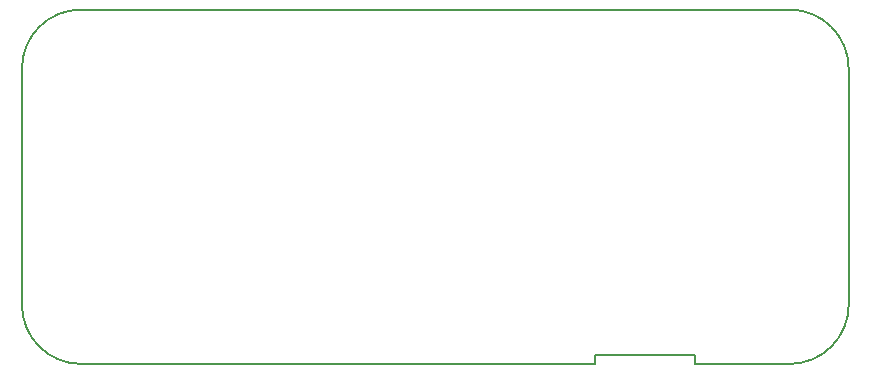
<source format=gm1>
G04 #@! TF.GenerationSoftware,KiCad,Pcbnew,(5.0.2)-1*
G04 #@! TF.CreationDate,2019-10-12T14:48:09+09:00*
G04 #@! TF.ProjectId,Barometer,4261726f-6d65-4746-9572-2e6b69636164,rev?*
G04 #@! TF.SameCoordinates,Original*
G04 #@! TF.FileFunction,Profile,NP*
%FSLAX46Y46*%
G04 Gerber Fmt 4.6, Leading zero omitted, Abs format (unit mm)*
G04 Created by KiCad (PCBNEW (5.0.2)-1) date 2019/10/12 14:48:09*
%MOMM*%
%LPD*%
G01*
G04 APERTURE LIST*
%ADD10C,0.200000*%
%ADD11C,0.150000*%
G04 APERTURE END LIST*
D10*
X120000000Y-105000000D02*
X163500000Y-105000000D01*
D11*
X163500000Y-104250000D02*
X163500000Y-105000000D01*
X172000000Y-104250000D02*
X163500000Y-104250000D01*
X172000000Y-105000000D02*
X172000000Y-104250000D01*
X180000000Y-105000000D02*
X172000000Y-105000000D01*
X185000000Y-100000000D02*
G75*
G02X180000000Y-105000000I-5000000J0D01*
G01*
X120000000Y-105000000D02*
G75*
G02X115000000Y-100000000I0J5000000D01*
G01*
X115000000Y-80000000D02*
G75*
G02X120000000Y-75000000I5000000J0D01*
G01*
X180000000Y-75000000D02*
G75*
G02X185000000Y-80000000I0J-5000000D01*
G01*
D10*
X185000000Y-80000000D02*
X185000000Y-100000000D01*
X115000000Y-80000000D02*
X115000000Y-100000000D01*
X120000000Y-75000000D02*
X180000000Y-75000000D01*
M02*

</source>
